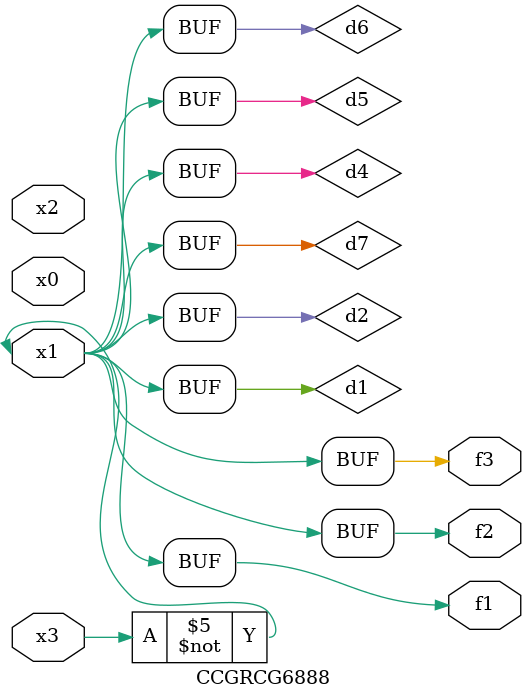
<source format=v>
module CCGRCG6888(
	input x0, x1, x2, x3,
	output f1, f2, f3
);

	wire d1, d2, d3, d4, d5, d6, d7;

	not (d1, x3);
	buf (d2, x1);
	xnor (d3, d1, d2);
	nor (d4, d1);
	buf (d5, d1, d2);
	buf (d6, d4, d5);
	nand (d7, d4);
	assign f1 = d6;
	assign f2 = d7;
	assign f3 = d6;
endmodule

</source>
